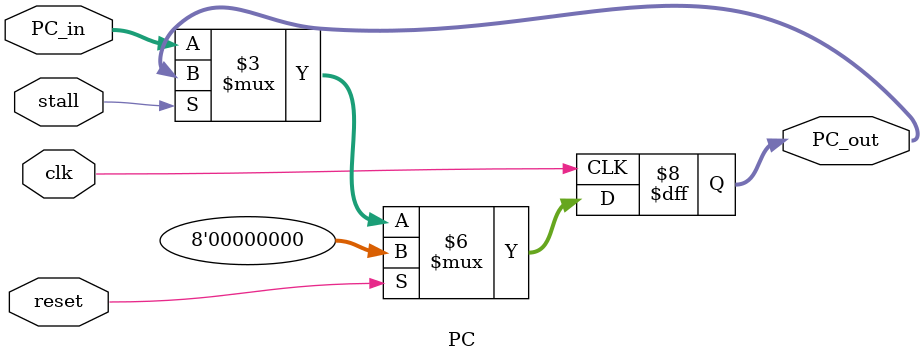
<source format=sv>


module PC(input logic clk
					, input logic reset
                    , input logic stall
					, input logic [7:0] PC_in
					, output logic [7:0] PC_out 
					);
					
    // On the posedge of the clk, if reset q will get 0 for a synchronous reset
    // else q will get the input of d.
    always_ff @(posedge clk) begin
        if(reset)
            PC_out <= 8'b0;
        else begin
            if (~stall)
                PC_out <= PC_in;
        end
    end
    
endmodule

</source>
